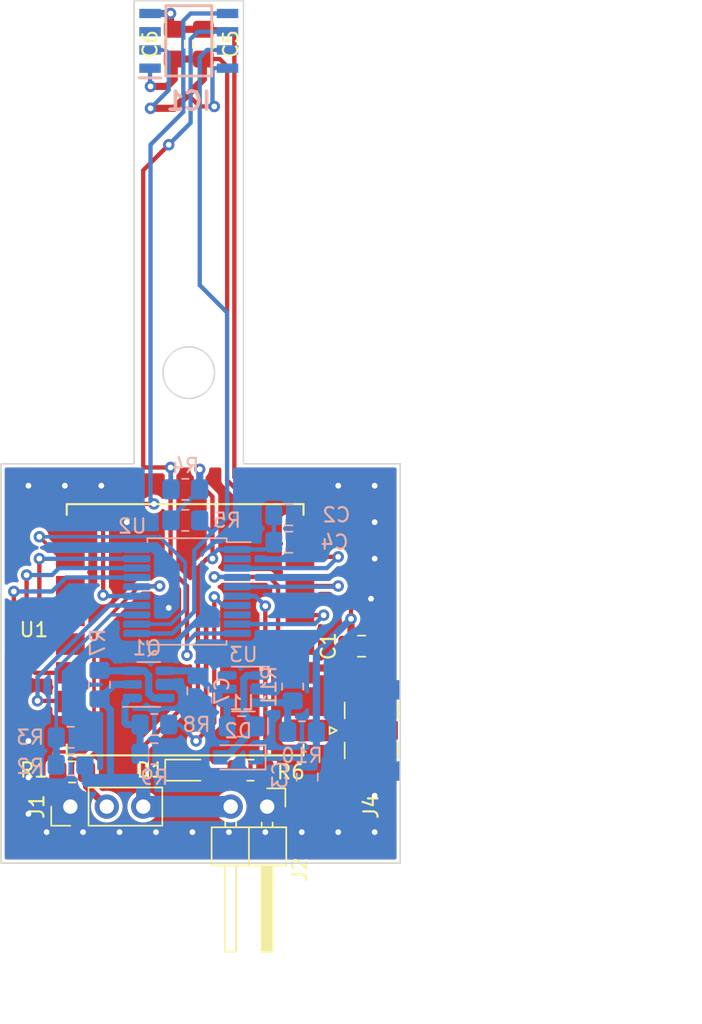
<source format=kicad_pcb>
(kicad_pcb (version 20211014) (generator pcbnew)
  (layers (0 "F.Cu" signal) (31 "B.Cu" signal) (34 "B.Paste" user) (35 "F.Paste" user) (36 "B.SilkS" user "B.Silkscreen") (37 "F.SilkS" user "F.Silkscreen") (38 "B.Mask" user) (39 "F.Mask" user) (44 "Edge.Cuts" user))
  (net 0 "")
  (net 1 "GND")
  (net 2 "VCC")
  (net 3 "Net-(C1-Pad2)")
  (net 4 "Net-(IC1-Pad7)")
  (net 5 "Net-(IC1-Pad6)")
  (net 6 "Net-(IC1-Pad5)")
  (net 7 "Net-(J1-Pad2)")
  (net 8 "Net-(D1-Pad2)")
  (net 9 "Net-(R1-Pad1)")
  (net 10 "Net-(U1-Pad4)")
  (net 11 "Net-(U1-Pad5)")
  (net 12 "Net-(U1-Pad6)")
  (net 13 "Net-(U1-Pad7)")
  (net 15 "Net-(R8-Pad1)")
  (net 17 "Net-(U1-Pad12)")
  (net 18 "Net-(U1-Pad13)")
  (net 19 "Net-(U1-Pad14)")
  (net 20 "Net-(U1-Pad15)")
  (net 21 "Net-(J4-Pad1)")
  (net 24 "Net-(Q1-Pad1)")
  (net 25 "Net-(Q1-Pad3)")
  (net 26 "Net-(R6-Pad1)")
  (net 27 "Net-(Q1-Pad4)")
  (net 28 "Net-(D2-Pad2)")
  (net 29 "unconnected-(U2-Pad8)")
  (net 30 "Net-(R2-Pad1)")
  (net 31 "Net-(R10-Pad1)")
  (net 32 "Net-(U1-Pad10)")
  (footprint "LED_SMD:LED_0603_1608Metric_Pad1.05x0.95mm_HandSolder" (layer "F.Cu") (at 126.76 89.662)
    (fp_text reference "D1" (at -2.681 0) (layer "F.SilkS"))
    (fp_text value "LED_Small")
    (pad "1" smd roundrect (at -0.875 0) (size 1.05 0.95) (layers "F.Cu" "F.Paste" "F.Mask") (net 1 "GND"))
    (pad "2" smd roundrect (at 0.875 0) (size 1.05 0.95) (layers "F.Cu" "F.Paste" "F.Mask") (net 8 "Net-(D1-Pad2)"))
  )
  (footprint "Resistor_SMD:R_0805_2012Metric_Pad1.20x1.40mm_HandSolder" (layer "F.Cu") (at 131.048 89.662 180)
    (fp_text reference "R6" (at -2.81 -0.127) (layer "F.SilkS"))
    (fp_text value "330")
    (pad "1" smd roundrect (at -1 0 180) (size 1.2 1.4) (layers "F.Cu" "F.Paste" "F.Mask") (roundrect_rratio 0.2083333333) (net 26 "Net-(R6-Pad1)"))
    (pad "2" smd roundrect (at 1 0 180) (size 1.2 1.4) (layers "F.Cu" "F.Paste" "F.Mask") (roundrect_rratio 0.2083333333) (net 8 "Net-(D1-Pad2)"))
  )
  (footprint "Capacitor_SMD:C_0805_2012Metric_Pad1.18x1.45mm_HandSolder" (layer "F.Cu") (at 138.7895 81.026 180)
    (fp_text reference "C1" (at 2.3165 0 90) (layer "F.SilkS"))
    (fp_text value "100n")
    (pad "1" smd roundrect (at -1.0375 0 180) (size 1.175 1.45) (layers "F.Cu" "F.Paste" "F.Mask") (roundrect_rratio 0.2127659574) (net 1 "GND"))
    (pad "2" smd roundrect (at 1.0375 0 180) (size 1.175 1.45) (layers "F.Cu" "F.Paste" "F.Mask") (roundrect_rratio 0.2127659574) (net 3 "Net-(C1-Pad2)"))
  )
  (footprint "Capacitor_SMD:C_0805_2012Metric_Pad1.18x1.45mm_HandSolder" (layer "F.Cu") (at 125.73 39.0945 90)
    (fp_text reference "C6" (at 0 -1.68 90) (layer "F.SilkS"))
    (fp_text value "10u")
    (pad "1" smd roundrect (at -1.0375 0 90) (size 1.175 1.45) (layers "F.Cu" "F.Paste" "F.Mask") (roundrect_rratio 0.2127659574) (net 3 "Net-(C1-Pad2)"))
    (pad "2" smd roundrect (at 1.0375 0 90) (size 1.175 1.45) (layers "F.Cu" "F.Paste" "F.Mask") (roundrect_rratio 0.2127659574) (net 1 "GND"))
  )
  (footprint "Capacitor_SMD:C_0805_2012Metric_Pad1.18x1.45mm_HandSolder" (layer "F.Cu") (at 127.762 39.0945 90)
    (fp_text reference "C5" (at 0 1.905 90) (layer "F.SilkS"))
    (fp_text value "100n")
    (pad "1" smd roundrect (at -1.0375 0 90) (size 1.175 1.45) (layers "F.Cu" "F.Paste" "F.Mask") (roundrect_rratio 0.2127659574) (net 3 "Net-(C1-Pad2)"))
    (pad "2" smd roundrect (at 1.0375 0 90) (size 1.175 1.45) (layers "F.Cu" "F.Paste" "F.Mask") (roundrect_rratio 0.2127659574) (net 1 "GND"))
  )
  (footprint "Resistor_SMD:R_0805_2012Metric_Pad1.20x1.40mm_HandSolder" (layer "F.Cu") (at 118.618 89.789)
    (fp_text reference "R1" (at -2.667 -0.127) (layer "F.SilkS"))
    (fp_text value "470")
    (pad "1" smd roundrect (at -1 0) (size 1.2 1.4) (layers "F.Cu" "F.Paste" "F.Mask") (roundrect_rratio 0.2083333333) (net 9 "Net-(R1-Pad1)"))
    (pad "2" smd roundrect (at 1 0) (size 1.2 1.4) (layers "F.Cu" "F.Paste" "F.Mask") (roundrect_rratio 0.2083333333) (net 7 "Net-(J1-Pad2)"))
  )
  (footprint "RF_Module:Ai-Thinker-Ra-01-LoRa" (layer "F.Cu") (at 126.492 79.883 180)
    (fp_text reference "U1" (at 10.541 0) (layer "F.SilkS"))
    (fp_text value "Ai-Thinker-Ra-01")
    (pad "1" smd rect (at -8 -7 180) (size 2 1.5) (layers "F.Cu" "F.Paste" "F.Mask") (net 21 "Net-(J4-Pad1)"))
    (pad "2" smd rect (at -8 -5 180) (size 2 1.5) (layers "F.Cu" "F.Paste" "F.Mask") (net 1 "GND"))
    (pad "3" smd rect (at -8 -3 180) (size 2 1.5) (layers "F.Cu" "F.Paste" "F.Mask") (net 3 "Net-(C1-Pad2)"))
    (pad "4" smd rect (at -8 -1 180) (size 2 1.5) (layers "F.Cu" "F.Paste" "F.Mask") (net 10 "Net-(U1-Pad4)"))
    (pad "5" smd rect (at -8 1 180) (size 2 1.5) (layers "F.Cu" "F.Paste" "F.Mask") (net 11 "Net-(U1-Pad5)"))
    (pad "6" smd rect (at -8 3 180) (size 2 1.5) (layers "F.Cu" "F.Paste" "F.Mask") (net 12 "Net-(U1-Pad6)"))
    (pad "7" smd rect (at -8 5 180) (size 2 1.5) (layers "F.Cu" "F.Paste" "F.Mask") (net 13 "Net-(U1-Pad7)"))
    (pad "8" smd rect (at -8 7 180) (size 2 1.5) (layers "F.Cu" "F.Paste" "F.Mask"))
    (pad "9" smd rect (at 8 7 180) (size 2 1.5) (layers "F.Cu" "F.Paste" "F.Mask") (net 1 "GND"))
    (pad "10" smd rect (at 8 5 180) (size 2 1.5) (layers "F.Cu" "F.Paste" "F.Mask") (net 32 "Net-(U1-Pad10)"))
    (pad "11" smd rect (at 8 3 180) (size 2 1.5) (layers "F.Cu" "F.Paste" "F.Mask"))
    (pad "12" smd rect (at 8 1 180) (size 2 1.5) (layers "F.Cu" "F.Paste" "F.Mask") (net 17 "Net-(U1-Pad12)"))
    (pad "13" smd rect (at 8 -1 180) (size 2 1.5) (layers "F.Cu" "F.Paste" "F.Mask") (net 18 "Net-(U1-Pad13)"))
    (pad "14" smd rect (at 8 -3 180) (size 2 1.5) (layers "F.Cu" "F.Paste" "F.Mask") (net 19 "Net-(U1-Pad14)"))
    (pad "15" smd rect (at 8 -5 180) (size 2 1.5) (layers "F.Cu" "F.Paste" "F.Mask") (net 20 "Net-(U1-Pad15)"))
    (pad "16" smd rect (at 8 -7 180) (size 2 1.5) (layers "F.Cu" "F.Paste" "F.Mask") (net 1 "GND"))
  )
  (footprint "Connector_Coaxial:SMA_Samtec_SMA-J-P-X-ST-EM1_EdgeMount" (layer "F.Cu") (at 139.319 86.899 90)
    (fp_text reference "J4" (at -5.303 0.127 90) (layer "F.SilkS"))
    (fp_text value "Conn_Coaxial")
    (pad "1" smd rect (at 0 0.2 90) (size 1.27 3.6) (layers "F.Cu" "F.Paste" "F.Mask") (net 21 "Net-(J4-Pad1)"))
    (pad "2" smd rect (at 2.825 0 90) (size 1.35 4.2) (layers "B.Cu" "B.Paste" "B.Mask") (net 1 "GND"))
    (pad "2" smd rect (at 2.825 0 90) (size 1.35 4.2) (layers "F.Cu" "F.Paste" "F.Mask") (net 1 "GND"))
    (pad "2" smd rect (at -2.825 0 90) (size 1.35 4.2) (layers "B.Cu" "B.Paste" "B.Mask") (net 1 "GND"))
    (pad "2" smd rect (at -2.825 0 90) (size 1.35 4.2) (layers "F.Cu" "F.Paste" "F.Mask") (net 1 "GND"))
  )
  (footprint "Connector_PinHeader_2.54mm:PinHeader_1x03_P2.54mm_Vertical" (layer "F.Cu") (at 118.491 92.202 90)
    (fp_text reference "J1" (at 0 -2.33 90) (layer "F.SilkS"))
    (fp_text value "UDPI")
    (pad "1" thru_hole rect (at 0 0 90) (size 1.7 1.7) (drill 1) (layers *.Cu *.Mask) (net 1 "GND"))
    (pad "2" thru_hole oval (at 0 2.54 90) (size 1.7 1.7) (drill 1) (layers *.Cu *.Mask) (net 7 "Net-(J1-Pad2)"))
    (pad "3" thru_hole oval (at 0 5.08 90) (size 1.7 1.7) (drill 1) (layers *.Cu *.Mask) (net 2 "VCC"))
  )
  (footprint "Connector_PinHeader_2.54mm:PinHeader_1x02_P2.54mm_Horizontal" (layer "F.Cu") (at 132.207 92.202 -90)
    (fp_text reference "J2" (at 4.385 -2.27 90) (layer "F.SilkS"))
    (fp_text value "Battery")
    (pad "1" thru_hole rect (at 0 0 270) (size 1.7 1.7) (drill 1) (layers *.Cu *.Mask) (net 1 "GND"))
    (pad "2" thru_hole oval (at 0 2.54 270) (size 1.7 1.7) (drill 1) (layers *.Cu *.Mask) (net 2 "VCC"))
  )
  (footprint "Diode_SMD:D_SOD-323_HandSoldering" (layer "B.Cu") (at 130.195 88.773 180)
    (fp_text reference "D2" (at 0 1.85) (layer "B.SilkS") (effects (justify mirror)))
    (fp_text value "SD103")
    (pad "1" smd rect (at -1.25 0 180) (size 1 1) (layers "B.Cu" "B.Paste" "B.Mask") (net 3 "Net-(C1-Pad2)"))
    (pad "2" smd rect (at 1.25 0 180) (size 1 1) (layers "B.Cu" "B.Paste" "B.Mask") (net 28 "Net-(D2-Pad2)"))
  )
  (footprint "Capacitor_SMD:C_0805_2012Metric_Pad1.18x1.45mm_HandSolder" (layer "B.Cu") (at 133.7095 71.882 180)
    (fp_text reference "C2" (at -3.3235 0) (layer "B.SilkS") (effects (justify mirror)))
    (fp_text value "100n")
    (pad "1" smd roundrect (at -1.0375 0 180) (size 1.175 1.45) (layers "B.Cu" "B.Paste" "B.Mask") (roundrect_rratio 0.2127659574) (net 1 "GND"))
    (pad "2" smd roundrect (at 1.0375 0 180) (size 1.175 1.45) (layers "B.Cu" "B.Paste" "B.Mask") (roundrect_rratio 0.2127659574) (net 2 "VCC"))
  )
  (footprint "Resistor_SMD:R_0805_2012Metric_Pad1.20x1.40mm_HandSolder" (layer "B.Cu") (at 124.349 86.487 180)
    (fp_text reference "R8" (at -2.937 0) (layer "B.SilkS") (effects (justify mirror)))
    (fp_text value "470")
    (pad "1" smd roundrect (at -1 0 180) (size 1.2 1.4) (layers "B.Cu" "B.Paste" "B.Mask") (roundrect_rratio 0.2083333333) (net 15 "Net-(R8-Pad1)"))
    (pad "2" smd roundrect (at 1 0 180) (size 1.2 1.4) (layers "B.Cu" "B.Paste" "B.Mask") (roundrect_rratio 0.2083333333) (net 24 "Net-(Q1-Pad1)"))
  )
  (footprint "Inductor_SMD:L_0805_2012Metric_Pad1.15x1.40mm_HandSolder" (layer "B.Cu") (at 130.438 86.614 180)
    (fp_text reference "L1" (at 0 1.65) (layer "B.SilkS") (effects (justify mirror)))
    (fp_text value "4.7u")
    (pad "1" smd roundrect (at -1.025 0 180) (size 1.15 1.4) (layers "B.Cu" "B.Paste" "B.Mask") (roundrect_rratio 0.217391) (net 28 "Net-(D2-Pad2)"))
    (pad "2" smd roundrect (at 1.025 0 180) (size 1.15 1.4) (layers "B.Cu" "B.Paste" "B.Mask") (roundrect_rratio 0.217391) (net 27 "Net-(Q1-Pad4)"))
  )
  (footprint "Resistor_SMD:R_0805_2012Metric_Pad1.20x1.40mm_HandSolder" (layer "B.Cu") (at 126.508 70.104)
    (fp_text reference "R5" (at 2.905 2.159) (layer "B.SilkS") (effects (justify mirror)))
    (fp_text value "2.2k")
    (pad "1" smd roundrect (at -1 0) (size 1.2 1.4) (layers "B.Cu" "B.Paste" "B.Mask") (roundrect_rratio 0.2083333333) (net 5 "Net-(IC1-Pad6)"))
    (pad "2" smd roundrect (at 1 0) (size 1.2 1.4) (layers "B.Cu" "B.Paste" "B.Mask") (roundrect_rratio 0.2083333333) (net 2 "VCC"))
  )
  (footprint "Capacitor_SMD:C_0805_2012Metric_Pad1.18x1.45mm_HandSolder" (layer "B.Cu") (at 135.001 90.1485 90)
    (fp_text reference "C3" (at 0.1485 -1.905 90) (layer "B.SilkS") (effects (justify mirror)))
    (fp_text value "22u")
    (pad "1" smd roundrect (at -1.0375 0 90) (size 1.175 1.45) (layers "B.Cu" "B.Paste" "B.Mask") (roundrect_rratio 0.2127659574) (net 1 "GND"))
    (pad "2" smd roundrect (at 1.0375 0 90) (size 1.175 1.45) (layers "B.Cu" "B.Paste" "B.Mask") (roundrect_rratio 0.2127659574) (net 3 "Net-(C1-Pad2)"))
  )
  (footprint "Capacitor_SMD:C_0805_2012Metric_Pad1.18x1.45mm_HandSolder" (layer "B.Cu") (at 127.381 84.142 90)
    (fp_text reference "C7" (at 0 1.68 90) (layer "B.SilkS") (effects (justify mirror)))
    (fp_text value "22u")
    (pad "1" smd roundrect (at -1.0375 0 90) (size 1.175 1.45) (layers "B.Cu" "B.Paste" "B.Mask") (roundrect_rratio 0.212766) (net 1 "GND"))
    (pad "2" smd roundrect (at 1.0375 0 90) (size 1.175 1.45) (layers "B.Cu" "B.Paste" "B.Mask") (roundrect_rratio 0.212766) (net 27 "Net-(Q1-Pad4)"))
  )
  (footprint "Package_TO_SOT_SMD:SOT-23-6" (layer "B.Cu") (at 130.5505 84.013 180)
    (fp_text reference "U3" (at 0 2.4) (layer "B.SilkS") (effects (justify mirror)))
    (fp_text value "MT3608")
    (pad "1" smd roundrect (at -1.1375 0.95 180) (size 1.325 0.6) (layers "B.Cu" "B.Paste" "B.Mask") (net 28 "Net-(D2-Pad2)"))
    (pad "2" smd roundrect (at -1.1375 0 180) (size 1.325 0.6) (layers "B.Cu" "B.Paste" "B.Mask") (net 1 "GND"))
    (pad "3" smd roundrect (at -1.1375 -0.95 180) (size 1.325 0.6) (layers "B.Cu" "B.Paste" "B.Mask") (net 31 "Net-(R10-Pad1)"))
    (pad "4" smd roundrect (at 1.1375 -0.95 180) (size 1.325 0.6) (layers "B.Cu" "B.Paste" "B.Mask") (net 27 "Net-(Q1-Pad4)"))
    (pad "5" smd roundrect (at 1.1375 0 180) (size 1.325 0.6) (layers "B.Cu" "B.Paste" "B.Mask") (net 27 "Net-(Q1-Pad4)"))
    (pad "6" smd roundrect (at 1.1375 0.95 180) (size 1.325 0.6) (layers "B.Cu" "B.Paste" "B.Mask"))
  )
  (footprint "Resistor_SMD:R_0805_2012Metric_Pad1.20x1.40mm_HandSolder" (layer "B.Cu") (at 134.636 86.995)
    (fp_text reference "R10" (at 0 1.65) (layer "B.SilkS") (effects (justify mirror)))
    (fp_text value "10k")
    (pad "1" smd roundrect (at -1 0) (size 1.2 1.4) (layers "B.Cu" "B.Paste" "B.Mask") (roundrect_rratio 0.208333) (net 31 "Net-(R10-Pad1)"))
    (pad "2" smd roundrect (at 1 0) (size 1.2 1.4) (layers "B.Cu" "B.Paste" "B.Mask") (roundrect_rratio 0.208333) (net 3 "Net-(C1-Pad2)"))
  )
  (footprint "AS5600-ASOM:SOIC127P600X175-8N" (layer "B.Cu") (at 126.746 38.862)
    (fp_text reference "IC1" (at 0 4.191) (layer "B.SilkS") (effects (font (size 1.27 1.27) (thickness 0.254)) (justify mirror)))
    (fp_text value "AS5600-ASOM" hide)
    (pad "1" smd rect (at -2.7 1.905 270) (size 0.65 1.5) (layers "B.Cu" "B.Paste" "B.Mask") (net 3 "Net-(C1-Pad2)"))
    (pad "2" smd rect (at -2.7 0.635 270) (size 0.65 1.5) (layers "B.Cu" "B.Paste" "B.Mask") (net 3 "Net-(C1-Pad2)"))
    (pad "3" smd rect (at -2.7 -0.635 270) (size 0.65 1.5) (layers "B.Cu" "B.Paste" "B.Mask"))
    (pad "4" smd rect (at -2.7 -1.905 270) (size 0.65 1.5) (layers "B.Cu" "B.Paste" "B.Mask") (net 1 "GND"))
    (pad "5" smd rect (at 2.7 -1.905 270) (size 0.65 1.5) (layers "B.Cu" "B.Paste" "B.Mask") (net 6 "Net-(IC1-Pad5)"))
    (pad "6" smd rect (at 2.7 -0.635 270) (size 0.65 1.5) (layers "B.Cu" "B.Paste" "B.Mask") (net 5 "Net-(IC1-Pad6)"))
    (pad "7" smd rect (at 2.7 0.635 270) (size 0.65 1.5) (layers "B.Cu" "B.Paste" "B.Mask") (net 4 "Net-(IC1-Pad7)"))
    (pad "8" smd rect (at 2.7 1.905 270) (size 0.65 1.5) (layers "B.Cu" "B.Paste" "B.Mask") (net 3 "Net-(C1-Pad2)"))
  )
  (footprint "Resistor_SMD:R_0805_2012Metric_Pad1.20x1.40mm_HandSolder" (layer "B.Cu") (at 126.508 72.263 180)
    (fp_text reference "R4" (at 0.016 3.81) (layer "B.SilkS") (effects (justify mirror)))
    (fp_text value "2.2k")
    (pad "1" smd roundrect (at -1 0 180) (size 1.2 1.4) (layers "B.Cu" "B.Paste" "B.Mask") (roundrect_rratio 0.2083333333) (net 4 "Net-(IC1-Pad7)"))
    (pad "2" smd roundrect (at 1 0 180) (size 1.2 1.4) (layers "B.Cu" "B.Paste" "B.Mask") (roundrect_rratio 0.2083333333) (net 2 "VCC"))
  )
  (footprint "Package_TO_SOT_SMD:TSOT-23-6" (layer "B.Cu") (at 123.952 83.693)
    (fp_text reference "Q1" (at -0.1215 -2.54) (layer "B.SilkS") (effects (justify mirror)))
    (fp_text value "DMC2053UVT")
    (pad "1" smd roundrect (at -1.1375 0.95) (size 1.325 0.6) (layers "B.Cu" "B.Paste" "B.Mask") (net 24 "Net-(Q1-Pad1)"))
    (pad "2" smd roundrect (at -1.1375 0) (size 1.325 0.6) (layers "B.Cu" "B.Paste" "B.Mask") (net 2 "VCC"))
    (pad "3" smd roundrect (at -1.1375 -0.95) (size 1.325 0.6) (layers "B.Cu" "B.Paste" "B.Mask") (net 25 "Net-(Q1-Pad3)"))
    (pad "4" smd roundrect (at 1.1375 -0.95) (size 1.325 0.6) (layers "B.Cu" "B.Paste" "B.Mask") (net 27 "Net-(Q1-Pad4)"))
    (pad "5" smd roundrect (at 1.1375 0) (size 1.325 0.6) (layers "B.Cu" "B.Paste" "B.Mask") (net 1 "GND"))
    (pad "6" smd roundrect (at 1.1375 0.95) (size 1.325 0.6) (layers "B.Cu" "B.Paste" "B.Mask") (net 25 "Net-(Q1-Pad3)"))
  )
  (footprint "Resistor_SMD:R_0805_2012Metric_Pad1.20x1.40mm_HandSolder" (layer "B.Cu") (at 118.507 89.281)
    (fp_text reference "R2" (at -2.81 0.127) (layer "B.SilkS") (effects (justify mirror)))
    (fp_text value "220k")
    (pad "1" smd roundrect (at -1 0) (size 1.2 1.4) (layers "B.Cu" "B.Paste" "B.Mask") (roundrect_rratio 0.2083333333) (net 30 "Net-(R2-Pad1)"))
    (pad "2" smd roundrect (at 1 0) (size 1.2 1.4) (layers "B.Cu" "B.Paste" "B.Mask") (roundrect_rratio 0.2083333333) (net 2 "VCC"))
  )
  (footprint "Resistor_SMD:R_0805_2012Metric_Pad1.20x1.40mm_HandSolder" (layer "B.Cu") (at 118.507 87.376 180)
    (fp_text reference "R3" (at 2.81 0) (layer "B.SilkS") (effects (justify mirror)))
    (fp_text value "100k")
    (pad "1" smd roundrect (at -1 0 180) (size 1.2 1.4) (layers "B.Cu" "B.Paste" "B.Mask") (roundrect_rratio 0.2083333333) (net 1 "GND"))
    (pad "2" smd roundrect (at 1 0 180) (size 1.2 1.4) (layers "B.Cu" "B.Paste" "B.Mask") (roundrect_rratio 0.2083333333) (net 30 "Net-(R2-Pad1)"))
  )
  (footprint "Resistor_SMD:R_0805_2012Metric_Pad1.20x1.40mm_HandSolder" (layer "B.Cu") (at 120.523 83.709 90)
    (fp_text reference "R7" (at 2.937 -0.127 90) (layer "B.SilkS") (effects (justify mirror)))
    (fp_text value "10k")
    (pad "1" smd roundrect (at -1 0 90) (size 1.2 1.4) (layers "B.Cu" "B.Paste" "B.Mask") (roundrect_rratio 0.2083333333) (net 2 "VCC"))
    (pad "2" smd roundrect (at 1 0 90) (size 1.2 1.4) (layers "B.Cu" "B.Paste" "B.Mask") (roundrect_rratio 0.2083333333) (net 25 "Net-(Q1-Pad3)"))
  )
  (footprint "Resistor_SMD:R_0805_2012Metric_Pad1.20x1.40mm_HandSolder" (layer "B.Cu") (at 124.349 88.519)
    (fp_text reference "R9" (at 0 1.65) (layer "B.SilkS") (effects (justify mirror)))
    (fp_text value "100k")
    (pad "1" smd roundrect (at -1 0) (size 1.2 1.4) (layers "B.Cu" "B.Paste" "B.Mask") (roundrect_rratio 0.2083333333) (net 24 "Net-(Q1-Pad1)"))
    (pad "2" smd roundrect (at 1 0) (size 1.2 1.4) (layers "B.Cu" "B.Paste" "B.Mask") (roundrect_rratio 0.2083333333) (net 1 "GND"))
  )
  (footprint "Capacitor_SMD:C_0805_2012Metric_Pad1.18x1.45mm_HandSolder" (layer "B.Cu") (at 133.7095 73.787 180)
    (fp_text reference "C4" (at -3.1965 0) (layer "B.SilkS") (effects (justify mirror)))
    (fp_text value "10u")
    (pad "1" smd roundrect (at -1.0375 0 180) (size 1.175 1.45) (layers "B.Cu" "B.Paste" "B.Mask") (roundrect_rratio 0.2127659574) (net 1 "GND"))
    (pad "2" smd roundrect (at 1.0375 0 180) (size 1.175 1.45) (layers "B.Cu" "B.Paste" "B.Mask") (roundrect_rratio 0.2127659574) (net 2 "VCC"))
  )
  (footprint "Resistor_SMD:R_0805_2012Metric_Pad1.20x1.40mm_HandSolder" (layer "B.Cu") (at 133.985 83.836 -90)
    (fp_text reference "R11" (at 0 1.65 90) (layer "B.SilkS") (effects (justify mirror)))
    (fp_text value "2k")
    (pad "1" smd roundrect (at -1 0 270) (size 1.2 1.4) (layers "B.Cu" "B.Paste" "B.Mask") (roundrect_rratio 0.208333) (net 1 "GND"))
    (pad "2" smd roundrect (at 1 0 270) (size 1.2 1.4) (layers "B.Cu" "B.Paste" "B.Mask") (roundrect_rratio 0.208333) (net 31 "Net-(R10-Pad1)"))
  )
  (footprint "Package_SO:SSOP-20_5.3x7.2mm_P0.65mm" (layer "B.Cu") (at 126.619 77.216 180)
    (fp_text reference "U2" (at 3.81 4.55) (layer "B.SilkS") (effects (justify mirror)))
    (fp_text value "ATtiny826-X")
    (pad "1" smd roundrect (at -3.5 2.925 180) (size 1.9 0.5) (layers "B.Cu" "B.Paste" "B.Mask") (net 2 "VCC"))
    (pad "2" smd roundrect (at -3.5 2.275 180) (size 1.9 0.5) (layers "B.Cu" "B.Paste" "B.Mask"))
    (pad "3" smd roundrect (at -3.5 1.625 180) (size 1.9 0.5) (layers "B.Cu" "B.Paste" "B.Mask") (net 13 "Net-(U1-Pad7)"))
    (pad "4" smd roundrect (at -3.5 0.975 180) (size 1.9 0.5) (layers "B.Cu" "B.Paste" "B.Mask") (net 10 "Net-(U1-Pad4)"))
    (pad "5" smd roundrect (at -3.5 0.325 180) (size 1.9 0.5) (layers "B.Cu" "B.Paste" "B.Mask") (net 12 "Net-(U1-Pad6)"))
    (pad "6" smd roundrect (at -3.5 -0.325 180) (size 1.9 0.5) (layers "B.Cu" "B.Paste" "B.Mask") (net 26 "Net-(R6-Pad1)"))
    (pad "7" smd roundrect (at -3.5 -0.975 180) (size 1.9 0.5) (layers "B.Cu" "B.Paste" "B.Mask") (net 15 "Net-(R8-Pad1)"))
    (pad "8" smd roundrect (at -3.5 -1.625 180) (size 1.9 0.5) (layers "B.Cu" "B.Paste" "B.Mask") (net 29 "unconnected-(U2-Pad8)"))
    (pad "9" smd roundrect (at -3.5 -2.275 180) (size 1.9 0.5) (layers "B.Cu" "B.Paste" "B.Mask") (net 11 "Net-(U1-Pad5)"))
    (pad "10" smd roundrect (at -3.5 -2.925 180) (size 1.9 0.5) (layers "B.Cu" "B.Paste" "B.Mask") (net 5 "Net-(IC1-Pad6)"))
    (pad "11" smd roundrect (at 3.5 -2.925 180) (size 1.9 0.5) (layers "B.Cu" "B.Paste" "B.Mask") (net 4 "Net-(IC1-Pad7)"))
    (pad "12" smd roundrect (at 3.5 -2.275 180) (size 1.9 0.5) (layers "B.Cu" "B.Paste" "B.Mask") (net 32 "Net-(U1-Pad10)"))
    (pad "13" smd roundrect (at 3.5 -1.625 180) (size 1.9 0.5) (layers "B.Cu" "B.Paste" "B.Mask") (net 30 "Net-(R2-Pad1)"))
    (pad "14" smd roundrect (at 3.5 -0.975 180) (size 1.9 0.5) (layers "B.Cu" "B.Paste" "B.Mask") (net 20 "Net-(U1-Pad15)"))
    (pad "15" smd roundrect (at 3.5 -0.325 180) (size 1.9 0.5) (layers "B.Cu" "B.Paste" "B.Mask") (net 6 "Net-(IC1-Pad5)"))
    (pad "16" smd roundrect (at 3.5 0.325 180) (size 1.9 0.5) (layers "B.Cu" "B.Paste" "B.Mask") (net 9 "Net-(R1-Pad1)"))
    (pad "17" smd roundrect (at 3.5 0.975 180) (size 1.9 0.5) (layers "B.Cu" "B.Paste" "B.Mask") (net 19 "Net-(U1-Pad14)"))
    (pad "18" smd roundrect (at 3.5 1.625 180) (size 1.9 0.5) (layers "B.Cu" "B.Paste" "B.Mask") (net 18 "Net-(U1-Pad13)"))
    (pad "19" smd roundrect (at 3.5 2.275 180) (size 1.9 0.5) (layers "B.Cu" "B.Paste" "B.Mask") (net 17 "Net-(U1-Pad12)"))
    (pad "20" smd roundrect (at 3.5 2.925 180) (size 1.9 0.5) (layers "B.Cu" "B.Paste" "B.Mask") (net 1 "GND"))
  )
  (gr_line (start 134.366 68.326) (end 141.478 68.326) (layer "Edge.Cuts") (width 0.1))
  (gr_line (start 122.936 68.326) (end 118.618 68.326) (layer "Edge.Cuts") (width 0.1))
  (gr_line (start 141.478 82.804) (end 141.478 68.326) (layer "Edge.Cuts") (width 0.1))
  (gr_line (start 141.478 96.139) (end 113.665 96.139) (layer "Edge.Cuts") (width 0.1))
  (gr_circle (center 126.746 61.976) (end 127 60.198) (layer "Edge.Cuts") (width 0.1) (fill none))
  (gr_line (start 141.478 82.804) (end 141.478 96.139) (layer "Edge.Cuts") (width 0.1))
  (gr_line (start 130.556 36.068) (end 130.556 68.326) (layer "Edge.Cuts") (width 0.1))
  (gr_line (start 113.665 96.139) (end 113.665 68.326) (layer "Edge.Cuts") (width 0.1))
  (gr_line (start 122.936 36.068) (end 130.556 36.068) (layer "Edge.Cuts") (width 0.1))
  (gr_line (start 122.936 36.068) (end 122.936 68.326) (layer "Edge.Cuts") (width 0.1))
  (gr_line (start 113.665 68.326) (end 118.618 68.326) (layer "Edge.Cuts") (width 0.1))
  (gr_line (start 130.556 68.326) (end 134.366 68.326) (layer "Edge.Cuts") (width 0.1))
  (segment (start 138.684 72.009) (end 138.684 76.962) (width 0.3) (layer "F.Cu") (net 1))
  (segment (start 125.73 38.057) (end 127.762 38.057) (width 0.5) (layer "F.Cu") (net 1))
  (segment (start 129.921 69.269894) (end 130.465053 69.813947) (width 0.3) (layer "F.Cu") (net 1))
  (segment (start 139.743 78.021) (end 139.743 80.942) (width 0.3) (layer "F.Cu") (net 1))
  (segment (start 129.921 38.481) (end 129.921 69.269894) (width 0.3) (layer "F.Cu") (net 1))
  (segment (start 139.446 77.724) (end 139.743 78.021) (width 0.3) (layer "F.Cu") (net 1))
  (segment (start 138.684 72.009) (end 138.684 71.374) (width 0.25) (layer "F.Cu") (net 1))
  (segment (start 129.497 38.057) (end 129.921 38.481) (width 0.3) (layer "F.Cu") (net 1))
  (segment (start 125.476 36.957) (end 125.476 37.803) (width 0.5) (layer "F.Cu") (net 1))
  (segment (start 138.684 76.962) (end 139.446 77.724) (width 0.3) (layer "F.Cu") (net 1))
  (segment (start 139.743 80.942) (end 139.827 81.026) (width 0.3) (layer "F.Cu") (net 1))
  (segment (start 138.684 71.374) (end 137.16 69.85) (width 0.25) (layer "F.Cu") (net 1))
  (segment (start 137.16 69.85) (end 130.501106 69.85) (width 0.25) (layer "F.Cu") (net 1))
  (segment (start 125.476 37.803) (end 125.73 38.057) (width 0.5) (layer "F.Cu") (net 1))
  (segment (start 127.762 38.057) (end 129.497 38.057) (width 0.3) (layer "F.Cu") (net 1))
  (segment (start 130.501106 69.85) (end 130.465053 69.813947) (width 0.25) (layer "F.Cu") (net 1))
  (via (at 119.38 93.98) (size 0.8) (drill 0.4) (layers "F.Cu" "B.Cu") (net 1))
  (via (at 122.428 72.39) (size 0.8) (drill 0.4) (layers "F.Cu" "B.Cu") (net 1))
  (via (at 118.11 69.85) (size 0.8) (drill 0.4) (layers "F.Cu" "B.Cu") (net 1))
  (via (at 115.57 87.63) (size 0.8) (drill 0.4) (layers "F.Cu" "B.Cu") (net 1))
  (via (at 132.08 93.98) (size 0.8) (drill 0.4) (layers "F.Cu" "B.Cu") (net 1))
  (via (at 139.7 91.44) (size 0.8) (drill 0.4) (layers "F.Cu" "B.Cu") (net 1))
  (via (at 134.62 93.98) (size 0.8) (drill 0.4) (layers "F.Cu" "B.Cu") (net 1))
  (via (at 137.16 69.85) (size 0.8) (drill 0.4) (layers "F.Cu" "B.Cu") (net 1))
  (via (at 139.7 74.93) (size 0.8) (drill 0.4) (layers "F.Cu" "B.Cu") (net 1))
  (via (at 125.476 36.957) (size 0.8) (drill 0.4) (layers "F.Cu" "B.Cu") (net 1))
  (via (at 139.7 72.39) (size 0.8) (drill 0.4) (layers "F.Cu" "B.Cu") (net 1))
  (via (at 124.46 93.98) (size 0.8) (drill 0.4) (layers "F.Cu" "B.Cu") (net 1))
  (via (at 115.57 69.85) (size 0.8) (drill 0.4) (layers "F.Cu" "B.Cu") (net 1))
  (via (at 139.446 77.724) (size 0.8) (drill 0.4) (layers "F.Cu" "B.Cu") (net 1))
  (via (at 139.7 93.98) (size 0.8) (drill 0.4) (layers "F.Cu" "B.Cu") (net 1))
  (via (at 115.57 92.71) (size 0.8) (drill 0.4) (layers "F.Cu" "B.Cu") (net 1))
  (via (at 125.349 78.359) (size 0.8) (drill 0.4) (layers "F.Cu" "B.Cu") (net 1))
  (via (at 137.16 93.98) (size 0.8) (drill 0.4) (layers "F.Cu" "B.Cu") (net 1))
  (via (at 115.57 90.17) (size 0.8) (drill 0.4) (layers "F.Cu" "B.Cu") (net 1))
  (via (at 120.65 69.85) (size 0.8) (drill 0.4) (layers "F.Cu" "B.Cu") (net 1))
  (via (at 129.54 93.98) (size 0.8) (drill 0.4) (layers "F.Cu" "B.Cu") (net 1))
  (via (at 127 93.98) (size 0.8) (drill 0.4) (layers "F.Cu" "B.Cu") (net 1))
  (via (at 121.92 93.98) (size 0.8) (drill 0.4) (layers "F.Cu" "B.Cu") (net 1))
  (via (at 139.7 69.85) (size 0.8) (drill 0.4) (layers "F.Cu" "B.Cu") (net 1))
  (via (at 116.84 93.98) (size 0.8) (drill 0.4) (layers "F.Cu" "B.Cu") (net 1))
  (segment (start 124.046 36.957) (end 125.476 36.957) (width 0.5) (layer "B.Cu") (net 1))
  (segment (start 128.016 74.93) (end 127.381 75.565) (width 0.3) (layer "F.Cu") (net 2))
  (segment (start 127.381 84.201) (end 123.571 88.011) (width 0.3) (layer "F.Cu") (net 2))
  (segment (start 123.571 88.011) (end 123.571 92.202) (width 0.3) (layer "F.Cu") (net 2))
  (segment (start 127.508 69.215) (end 127.508 69.723) (width 0.3) (layer "F.Cu") (net 2))
  (segment (start 127.508 68.707) (end 127.508 69.215) (width 0.3) (layer "F.Cu") (net 2))
  (segment (start 127.508 69.723) (end 128.397 70.612) (width 0.3) (layer "F.Cu") (net 2))
  (segment (start 128.397 74.93) (end 128.016 74.93) (width 0.3) (layer "F.Cu") (net 2))
  (segment (start 128.397 70.612) (end 128.397 74.93) (width 0.3) (layer "F.Cu") (net 2))
  (segment (start 127.381 75.565) (end 127.381 84.201) (width 0.3) (layer "F.Cu") (net 2))
  (via (at 127.508 68.707) (size 0.8) (drill 0.4) (layers "F.Cu" "B.Cu") (net 2))
  (via (at 128.397 74.93) (size 0.8) (drill 0.4) (layers "F.Cu" "B.Cu") (net 2))
  (segment (start 119.507 90.17) (end 119.507 89.281) (width 0.5) (layer "B.Cu") (net 2))
  (segment (start 127.508 70.104) (end 127.508 68.707) (width 0.5) (layer "B.Cu") (net 2))
  (segment (start 128.782 74.291) (end 130.119 74.291) (width 0.3) (layer "B.Cu") (net 2))
  (segment (start 121.158 90.424) (end 119.761 90.424) (width 1) (layer "B.Cu") (net 2))
  (segment (start 125.508 72.263) (end 125.508 72.104) (width 0.3) (layer "B.Cu") (net 2))
  (segment (start 128.397 74.676) (end 128.782 74.291) (width 0.3) (layer "B.Cu") (net 2))
  (segment (start 132.168 74.291) (end 132.672 73.787) (width 0.3) (layer "B.Cu") (net 2))
  (segment (start 122.8145 83.693) (end 121.539 83.693) (width 0.5) (layer "B.Cu") (net 2))
  (segment (start 120.523 84.709) (end 121.285 85.471) (width 0.5) (layer "B.Cu") (net 2))
  (segment (start 129.667 92.202) (end 123.571 92.202) (width 1.5) (layer "B.Cu") (net 2))
  (segment (start 128.397 74.93) (end 128.397 74.676) (width 0.3) (layer "B.Cu") (net 2))
  (segment (start 132.672 73.787) (end 132.672 71.882) (width 0.3) (layer "B.Cu") (net 2))
  (segment (start 119.761 90.424) (end 119.507 90.17) (width 0.5) (layer "B.Cu") (net 2))
  (segment (start 130.119 74.291) (end 132.168 74.291) (width 0.3) (layer "B.Cu") (net 2))
  (segment (start 121.285 90.297) (end 121.158 90.424) (width 0.5) (layer "B.Cu") (net 2))
  (segment (start 121.539 83.693) (end 120.523 84.709) (width 0.5) (layer "B.Cu") (net 2))
  (segment (start 123.571 92.202) (end 123.571 90.551) (width 1) (layer "B.Cu") (net 2))
  (segment (start 121.285 85.471) (end 121.285 90.297) (width 0.5) (layer "B.Cu") (net 2))
  (segment (start 123.444 90.424) (end 121.158 90.424) (width 1) (layer "B.Cu") (net 2))
  (segment (start 125.508 72.104) (end 127.508 70.104) (width 0.3) (layer "B.Cu") (net 2))
  (segment (start 123.571 90.551) (end 123.444 90.424) (width 1) (layer "B.Cu") (net 2))
  (segment (start 125.222 42.037) (end 125.73 41.529) (width 0.5) (layer "F.Cu") (net 3))
  (segment (start 134.54 82.931) (end 134.492 82.883) (width 0.5) (layer "F.Cu") (net 3))
  (segment (start 134.444 82.931) (end 134.492 82.883) (width 0.5) (layer "F.Cu") (net 3))
  (segment (start 125.73 43.561) (end 126.6825 42.6085) (width 0.5) (layer "F.Cu") (net 3))
  (segment (start 125.73 40.132) (end 127.762 40.132) (width 0.5) (layer "F.Cu") (net 3))
  (segment (start 124.079 43.561) (end 125.73 43.561) (width 0.5) (layer "F.Cu") (net 3))
  (segment (start 126.6825 42.6085) (end 127.762 41.529) (width 0.5) (layer "F.Cu") (net 3))
  (segment (start 138.049 79.121) (end 138.049 80.729) (width 0.5) (layer "F.Cu") (net 3))
  (segment (start 128.524 43.434) (end 127.508 43.434) (width 0.3) (layer "F.Cu") (net 3))
  (segment (start 129.421 40.648) (end 129.421 69.477) (width 0.3) (layer "F.Cu") (net 3))
  (segment (start 138.049 80.729) (end 137.752 81.026) (width 0.3) (layer "F.Cu") (net 3))
  (segment (start 127.762 41.529) (end 127.762 40.132) (width 0.5) (layer "F.Cu") (net 3))
  (segment (start 130.302 70.358) (end 136.144 70.358) (width 0.3) (layer "F.Cu") (net 3))
  (segment (start 128.905 40.132) (end 129.421 40.648) (width 0.3) (layer "F.Cu") (net 3))
  (segment (start 136.228 82.55) (end 137.752 81.026) (width 0.5) (layer "F.Cu") (net 3))
  (segment (start 127.762 40.132) (end 128.905 40.132) (width 0.3) (layer "F.Cu") (net 3))
  (segment (start 129.421 69.477) (end 130.302 70.358) (width 0.3) (layer "F.Cu") (net 3))
  (segment (start 134.825 82.55) (end 136.228 82.55) (width 0.5) (layer "F.Cu") (net 3))
  (segment (start 138.049 72.263) (end 138.049 79.121) (width 0.3) (layer "F.Cu") (net 3))
  (segment (start 127.508 43.434) (end 126.6825 42.6085) (width 0.3) (layer "F.Cu") (net 3))
  (segment (start 124.079 42.037) (end 125.222 42.037) (width 0.5) (layer "F.Cu") (net 3))
  (segment (start 125.73 41.529) (end 125.73 40.132) (width 0.5) (layer "F.Cu") (net 3))
  (segment (start 136.144 70.358) (end 138.049 72.263) (width 0.3) (layer "F.Cu") (net 3))
  (segment (start 134.492 82.883) (end 134.825 82.55) (width 0.5) (layer "F.Cu") (net 3))
  (via (at 128.524 43.434) (size 0.8) (drill 0.4) (layers "F.Cu" "B.Cu") (net 3))
  (via (at 138.049 79.121) (size 0.8) (drill 0.4) (layers "F.Cu" "B.Cu") (net 3))
  (via (at 124.079 42.037) (size 0.8) (drill 0.4) (layers "F.Cu" "B.Cu") (net 3))
  (via (at 124.079 43.561) (size 0.8) (drill 0.4) (layers "F.Cu" "B.Cu") (net 3))
  (segment (start 129.446 40.767) (end 129.667 40.767) (width 0.3) (layer "B.Cu") (net 3))
  (segment (start 135.636 88.476) (end 135.001 89.111) (width 0.5) (layer "B.Cu") (net 3))
  (segment (start 131.445 88.773) (end 134.663 88.773) (width 0.5) (layer "B.Cu") (net 3))
  (segment (start 125.349 39.751) (end 125.349 42.291) (width 0.3) (layer "B.Cu") (net 3))
  (segment (start 135.636 81.534) (end 138.049 79.121) (width 0.5) (layer "B.Cu") (net 3))
  (segment (start 125.095 39.497) (end 125.349 39.751) (width 0.3) (layer "B.Cu") (net 3))
  (segment (start 128.397 40.767) (end 128.397 43.307) (width 0.3) (layer "B.Cu") (net 3))
  (segment (start 124.046 39.497) (end 125.095 39.497) (width 0.3) (layer "B.Cu") (net 3))
  (segment (start 129.446 40.767) (end 128.397 40.767) (width 0.3) (layer "B.Cu") (net 3))
  (segment (start 134.663 88.773) (end 135.001 89.111) (width 0.5) (layer "B.Cu") (net 3))
  (segment (start 124.046 40.767) (end 124.046 42.004) (width 0.3) (layer "B.Cu") (net 3))
  (segment (start 135.636 86.995) (end 135.636 81.534) (width 0.5) (layer "B.Cu") (net 3))
  (segment (start 128.397 43.307) (end 128.524 43.434) (width 0.3) (layer "B.Cu") (net 3))
  (segment (start 125.349 42.291) (end 124.079 43.561) (width 0.3) (layer "B.Cu") (net 3))
  (segment (start 135.636 86.995) (end 135.636 88.476) (width 0.5) (layer "B.Cu") (net 3))
  (segment (start 124.046 42.004) (end 124.079 42.037) (width 0.3) (layer "B.Cu") (net 3))
  (segment (start 127.508 72.263) (end 128.360947 73.115947) (width 0.3) (layer "B.Cu") (net 4))
  (segment (start 127.127 74.349894) (end 127.127 78.613) (width 0.3) (layer "B.Cu") (net 4))
  (segment (start 127.508 40.005) (end 127.508 55.88) (width 0.3) (layer "B.Cu") (net 4))
  (segment (start 125.599 80.141) (end 123.119 80.141) (width 0.3) (layer "B.Cu") (net 4))
  (segment (start 129.421 57.793) (end 129.421 70.985) (width 0.3) (layer "B.Cu") (net 4))
  (segment (start 128.360947 73.115947) (end 127.127 74.349894) (width 0.3) (layer "B.Cu") (net 4))
  (segment (start 129.421 70.985) (end 129.413 70.993) (width 0.3) (layer "B.Cu") (net 4))
  (segment (start 127.127 78.613) (end 125.599 80.141) (width 0.3) (layer "B.Cu") (net 4))
  (segment (start 129.413 70.993) (end 129.413 72.063894) (width 0.3) (layer "B.Cu") (net 4))
  (segment (start 127.508 55.88) (end 129.421 57.793) (width 0.3) (layer "B.Cu") (net 4))
  (segment (start 129.413 72.063894) (end 128.360947 73.115947) (width 0.3) (layer "B.Cu") (net 4))
  (segment (start 129.446 39.497) (end 128.016 39.497) (width 0.3) (layer "B.Cu") (net 4))
  (segment (start 128.016 39.497) (end 127.508 40.005) (width 0.3) (layer "B.Cu") (net 4))
  (segment (start 125.476 68.58) (end 125.476 75.692) (width 0.3) (layer "F.Cu") (net 5))
  (segment (start 123.571 47.879) (end 123.571 68.453) (width 0.3) (layer "F.Cu") (net 5))
  (segment (start 126.619 76.835) (end 126.619 81.661) (width 0.3) (layer "F.Cu") (net 5))
  (segment (start 125.476 75.692) (end 126.619 76.835) (width 0.3) (layer "F.Cu") (net 5))
  (segment (start 125.349 46.101) (end 123.571 47.879) (width 0.3) (layer "F.Cu") (net 5))
  (segment (start 125.476 68.58) (end 123.698 68.58) (width 0.3) (layer "F.Cu") (net 5))
  (segment (start 123.698 68.58) (end 123.571 68.453) (width 0.3) (layer "F.Cu") (net 5))
  (via (at 125.476 68.58) (size 0.8) (drill 0.4) (layers "F.Cu" "B.Cu") (net 5))
  (via (at 126.619 81.661) (size 0.8) (drill 0.4) (layers "F.Cu" "B.Cu") (net 5))
  (via (at 125.349 46.101) (size 0.8) (drill 0.4) (layers "F.Cu" "B.Cu") (net 5))
  (segment (start 126.873 43.942) (end 126.873 44.577) (width 0.3) (layer "B.Cu") (net 5))
  (segment (start 130.119 80.141) (end 127.25 80.141) (width 0.3) (layer "B.Cu") (net 5))
  (segment (start 126.873 38.735) (end 126.873 43.942) (width 0.3) (layer "B.Cu") (net 5))
  (segment (start 126.873 44.577) (end 125.349 46.101) (width 0.3) (layer "B.Cu") (net 5))
  (segment (start 125.508 70.104) (end 125.508 68.612) (width 0.3) (layer "B.Cu") (net 5))
  (segment (start 129.446 38.227) (end 127.381 38.227) (width 0.3) (layer "B.Cu") (net 5))
  (segment (start 127.381 38.227) (end 126.873 38.735) (width 0.3) (layer "B.Cu") (net 5))
  (segment (start 125.508 68.612) (end 125.476 68.58) (width 0.3) (layer "B.Cu") (net 5))
  (segment (start 127.25 80.141) (end 126.619 80.772) (width 0.3) (layer "B.Cu") (net 5))
  (segment (start 126.619 80.772) (end 126.619 81.661) (width 0.3) (layer "B.Cu") (net 5))
  (segment (start 122.047 71.12) (end 120.777 72.39) (width 0.3) (layer "F.Cu") (net 6))
  (segment (start 124.3205 71.12) (end 122.047 71.12) (width 0.3) (layer "F.Cu") (net 6))
  (segment (start 120.777 72.39) (end 120.777 77.47) (width 0.3) (layer "F.Cu") (net 6))
  (via (at 120.777 77.47) (size 0.8) (drill 0.4) (layers "F.Cu" "B.Cu") (net 6))
  (via (at 124.3205 71.12) (size 0.8) (drill 0.4) (layers "F.Cu" "B.Cu") (net 6))
  (segment (start 126.365 37.465) (end 126.365 43.815) (width 0.3) (layer "B.Cu") (net 6))
  (segment (start 124.079 46.101) (end 124.079 68.58) (width 0.3) (layer "B.Cu") (net 6))
  (segment (start 126.365 43.815) (end 124.079 46.101) (width 0.3) (layer "B.Cu") (net 6))
  (segment (start 129.446 36.957) (end 126.873 36.957) (width 0.3) (layer "B.Cu") (net 6))
  (segment (start 126.873 36.957) (end 126.365 37.465) (width 0.3) (layer "B.Cu") (net 6))
  (segment (start 124.079 70.8785) (end 124.3205 71.12) (width 0.3) (layer "B.Cu") (net 6))
  (segment (start 120.848 77.541) (end 123.119 77.541) (width 0.3) (layer "B.Cu") (net 6))
  (segment (start 120.777 77.47) (end 120.848 77.541) (width 0.3) (layer "B.Cu") (net 6))
  (segment (start 124.079 68.58) (end 124.079 70.8785) (width 0.3) (layer "B.Cu") (net 6))
  (segment (start 121.031 92.202) (end 119.618 90.789) (width 0.5) (layer "F.Cu") (net 7))
  (segment (start 119.618 90.789) (end 119.618 89.789) (width 0.5) (layer "F.Cu") (net 7))
  (segment (start 121.063 92.17) (end 121.031 92.202) (width 0.5) (layer "F.Cu") (net 7))
  (segment (start 130.048 89.662) (end 127.635 89.662) (width 0.3) (layer "F.Cu") (net 8))
  (segment (start 120.142 80.01) (end 120.142 87.757) (width 0.25) (layer "F.Cu") (net 9))
  (segment (start 117.618 88.503) (end 117.618 89.789) (width 0.25) (layer "F.Cu") (net 9))
  (segment (start 117.729 88.392) (end 117.618 88.503) (width 0.25) (layer "F.Cu") (net 9))
  (segment (start 120.142 87.757) (end 119.507 88.392) (width 0.25) (layer "F.Cu") (net 9))
  (segment (start 123.317 76.835) (end 124.714 76.835) (width 0.25) (layer "F.Cu") (net 9))
  (segment (start 123.317 76.835) (end 120.142 80.01) (width 0.25) (layer "F.Cu") (net 9))
  (segment (start 119.507 88.392) (end 117.729 88.392) (width 0.25) (layer "F.Cu") (net 9))
  (via (at 124.714 76.835) (size 0.8) (drill 0.4) (layers "F.Cu" "B.Cu") (net 9))
  (segment (start 123.119 76.891) (end 124.658 76.891) (width 0.25) (layer "B.Cu") (net 9))
  (segment (start 124.658 76.891) (end 124.714 76.835) (width 0.25) (layer "B.Cu") (net 9))
  (segment (start 132.969 76.835) (end 132.969 80.645) (width 0.3) (layer "F.Cu") (net 10))
  (segment (start 133.207 80.883) (end 134.492 80.883) (width 0.3) (layer "F.Cu") (net 10))
  (segment (start 132.334 76.2) (end 132.969 76.835) (width 0.3) (layer "F.Cu") (net 10))
  (segment (start 132.969 80.645) (end 133.207 80.883) (width 0.3) (layer "F.Cu") (net 10))
  (segment (start 128.524 76.2) (end 132.334 76.2) (width 0.3) (layer "F.Cu") (net 10))
  (via (at 128.524 76.2) (size 0.8) (drill 0.4) (layers "F.Cu" "B.Cu") (net 10))
  (segment (start 130.078 76.2) (end 130.119 76.241) (width 0.3) (layer "B.Cu") (net 10))
  (segment (start 128.524 76.2) (end 130.078 76.2) (width 0.3) (layer "B.Cu") (net 10))
  (segment (start 136.144 78.867) (end 134.508 78.867) (width 0.3) (layer "F.Cu") (net 11))
  (segment (start 134.508 78.867) (end 134.492 78.883) (width 0.3) (layer "F.Cu") (net 11))
  (via (at 136.144 78.867) (size 0.8) (drill 0.4) (layers "F.Cu" "B.Cu") (net 11))
  (segment (start 130.119 79.491) (end 135.52 79.491) (width 0.3) (layer "B.Cu") (net 11))
  (segment (start 135.52 79.491) (end 136.144 78.867) (width 0.3) (layer "B.Cu") (net 11))
  (segment (start 137.16 76.835) (end 134.54 76.835) (width 0.3) (layer "F.Cu") (net 12))
  (segment (start 134.54 76.835) (end 134.492 76.883) (width 0.3) (layer "F.Cu") (net 12))
  (via (at 137.16 76.835) (size 0.8) (drill 0.4) (layers "F.Cu" "B.Cu") (net 12))
  (segment (start 130.119 76.891) (end 137.104 76.891) (width 0.3) (layer "B.Cu") (net 12))
  (segment (start 137.104 76.891) (end 137.16 76.835) (width 0.3) (layer "B.Cu") (net 12))
  (segment (start 134.572 74.803) (end 134.492 74.883) (width 0.3) (layer "F.Cu") (net 13))
  (segment (start 137.16 74.803) (end 134.572 74.803) (width 0.3) (layer "F.Cu") (net 13))
  (via (at 137.16 74.803) (size 0.8) (drill 0.4) (layers "F.Cu" "B.Cu") (net 13))
  (segment (start 136.372 75.591) (end 137.16 74.803) (width 0.3) (layer "B.Cu") (net 13))
  (segment (start 130.119 75.591) (end 136.372 75.591) (width 0.3) (layer "B.Cu") (net 13))
  (segment (start 127.254 87.63) (end 128.524 86.36) (width 0.3) (layer "F.Cu") (net 15))
  (segment (start 128.524 86.36) (end 128.524 77.597) (width 0.3) (layer "F.Cu") (net 15))
  (segment (start 128.524 77.597) (end 128.524 79.121) (width 0.3) (layer "F.Cu") (net 15))
  (via (at 128.524 77.597) (size 0.8) (drill 0.4) (layers "F.Cu" "B.Cu") (net 15))
  (via (at 127.254 87.63) (size 0.8) (drill 0.4) (layers "F.Cu" "B.Cu") (net 15))
  (segment (start 126.111 86.487) (end 127.254 87.63) (width 0.3) (layer "B.Cu") (net 15))
  (segment (start 130.119 78.191) (end 129.118 78.191) (width 0.3) (layer "B.Cu") (net 15))
  (segment (start 125.349 86.487) (end 126.111 86.487) (width 0.3) (layer "B.Cu") (net 15))
  (segment (start 129.118 78.191) (end 128.524 77.597) (width 0.3) (layer "B.Cu") (net 15))
  (segment (start 116.729 78.883) (end 118.492 78.883) (width 0.3) (layer "F.Cu") (net 17))
  (segment (start 116.332 78.486) (end 116.729 78.883) (width 0.3) (layer "F.Cu") (net 17))
  (segment (start 116.332 74.93) (end 116.332 78.486) (width 0.3) (layer "F.Cu") (net 17))
  (via (at 116.332 74.93) (size 0.8) (drill 0.4) (layers "F.Cu" "B.Cu") (net 17))
  (segment (start 123.119 74.941) (end 116.343 74.941) (width 0.3) (layer "B.Cu") (net 17))
  (segment (start 116.343 74.941) (end 116.332 74.93) (width 0.3) (layer "B.Cu") (net 17))
  (segment (start 116.316 80.883) (end 118.492 80.883) (width 0.3) (layer "F.Cu") (net 18))
  (segment (start 115.443 80.01) (end 116.316 80.883) (width 0.3) (layer "F.Cu") (net 18))
  (segment (start 115.443 76.073) (end 115.443 80.01) (width 0.3) (layer "F.Cu") (net 18))
  (via (at 115.443 76.073) (size 0.8) (drill 0.4) (layers "F.Cu" "B.Cu") (net 18))
  (segment (start 117.703 75.591) (end 117.348 75.946) (width 0.3) (layer "B.Cu") (net 18))
  (segment (start 123.119 75.591) (end 117.703 75.591) (width 0.3) (layer "B.Cu") (net 18))
  (segment (start 117.221 76.073) (end 115.443 76.073) (width 0.3) (layer "B.Cu") (net 18))
  (segment (start 117.348 75.946) (end 117.221 76.073) (width 0.3) (layer "B.Cu") (net 18))
  (segment (start 116.03 82.883) (end 118.492 82.883) (width 0.3) (layer "F.Cu") (net 19))
  (segment (start 114.554 77.216) (end 114.554 81.407) (width 0.3) (layer "F.Cu") (net 19))
  (segment (start 114.554 81.407) (end 116.03 82.883) (width 0.3) (layer "F.Cu") (net 19))
  (via (at 114.554 77.216) (size 0.8) (drill 0.4) (layers "F.Cu" "B.Cu") (net 19))
  (segment (start 117.221 77.216) (end 114.554 77.216) (width 0.3) (layer "B.Cu") (net 19))
  (segment (start 118.196 76.241) (end 117.221 77.216) (width 0.3) (layer "B.Cu") (net 19))
  (segment (start 123.119 76.241) (end 118.196 76.241) (width 0.3) (layer "B.Cu") (net 19))
  (segment (start 118.445 84.836) (end 118.492 84.883) (width 0.3) (layer "F.Cu") (net 20))
  (segment (start 116.205 84.836) (end 118.445 84.836) (width 0.3) (layer "F.Cu") (net 20))
  (via (at 116.205 84.836) (size 0.8) (drill 0.4) (layers "F.Cu" "B.Cu") (net 20))
  (segment (start 120.523 78.867) (end 116.205 83.185) (width 0.3) (layer "B.Cu") (net 20))
  (segment (start 123.119 78.191) (end 121.199 78.191) (width 0.3) (layer "B.Cu") (net 20))
  (segment (start 116.205 83.185) (end 116.205 84.836) (width 0.3) (layer "B.Cu") (net 20))
  (segment (start 121.199 78.191) (end 120.523 78.867) (width 0.3) (layer "B.Cu") (net 20))
  (segment (start 134.508 86.899) (end 134.492 86.883) (width 0.3) (layer "F.Cu") (net 21))
  (segment (start 139.519 86.899) (end 134.508 86.899) (width 1.5) (layer "F.Cu") (net 21))
  (segment (start 122.8145 84.643) (end 122.621 84.643) (width 0.5) (layer "B.Cu") (net 24))
  (segment (start 122.301 84.963) (end 122.301 86.36) (width 0.5) (layer "B.Cu") (net 24))
  (segment (start 123.349 88.519) (end 123.349 86.487) (width 0.5) (layer "B.Cu") (net 24))
  (segment (start 122.621 84.643) (end 122.301 84.963) (width 0.5) (layer "B.Cu") (net 24))
  (segment (start 122.301 86.36) (end 122.428 86.487) (width 0.5) (layer "B.Cu") (net 24))
  (segment (start 122.428 86.487) (end 123.349 86.487) (width 0.5) (layer "B.Cu") (net 24))
  (segment (start 120.557 82.743) (end 120.523 82.709) (width 0.5) (layer "B.Cu") (net 25))
  (segment (start 123.637 82.743) (end 122.8145 82.743) (width 0.5) (layer "B.Cu") (net 25))
  (segment (start 125.0895 84.643) (end 124.267 84.643) (width 0.5) (layer "B.Cu") (net 25))
  (segment (start 123.952 83.058) (end 123.637 82.743) (width 0.5) (layer "B.Cu") (net 25))
  (segment (start 123.952 84.328) (end 123.952 83.058) (width 0.5) (layer "B.Cu") (net 25))
  (segment (start 124.267 84.643) (end 123.952 84.328) (width 0.5) (layer "B.Cu") (net 25))
  (segment (start 122.8145 82.743) (end 120.557 82.743) (width 0.5) (layer "B.Cu") (net 25))
  (segment (start 132.08 89.63) (end 132.048 89.662) (width 0.3) (layer "F.Cu") (net 26))
  (segment (start 132.08 80.264) (end 132.08 89.63) (width 0.3) (layer "F.Cu") (net 26))
  (segment (start 132.08 78.232) (end 132.08 80.264) (width 0.3) (layer "F.Cu") (net 26))
  (via (at 132.08 78.232) (size 0.8) (drill 0.4) (layers "F.Cu" "B.Cu") (net 26))
  (segment (start 131.389 77.541) (end 132.08 78.232) (width 0.3) (layer "B.Cu") (net 26))
  (segment (start 130.119 77.541) (end 131.389 77.541) (width 0.3) (layer "B.Cu") (net 26))
  (segment (start 129.413 86.614) (end 129.413 84.963) (width 0.5) (layer "B.Cu") (net 27))
  (segment (start 128.839 84.897) (end 128.839 84.013) (width 0.5) (layer "B.Cu") (net 27))
  (segment (start 129.413 84.963) (end 128.905 84.963) (width 0.5) (layer "B.Cu") (net 27))
  (segment (start 125.0895 82.743) (end 127.0195 82.743) (width 0.5) (layer "B.Cu") (net 27))
  (segment (start 128.839 84.013) (end 128.2895 84.013) (width 0.5) (layer "B.Cu") (net 27))
  (segment (start 128.2895 84.013) (end 127.381 83.1045) (width 0.5) (layer "B.Cu") (net 27))
  (segment (start 129.413 84.013) (end 128.839 84.013) (width 0.5) (layer "B.Cu") (net 27))
  (segment (start 128.905 84.963) (end 128.839 84.897) (width 0.5) (layer "B.Cu") (net 27))
  (segment (start 127.0195 82.743) (end 127.381 83.1045) (width 0.5) (layer "B.Cu") (net 27))
  (segment (start 128.945 88.773) (end 129.304 88.773) (width 0.5) (layer "B.Cu") (net 28))
  (segment (start 130.5755 85.7265) (end 131.463 86.614) (width 0.5) (layer "B.Cu") (net 28))
  (segment (start 130.805 83.063) (end 130.5755 83.2925) (width 0.5) (layer "B.Cu") (net 28))
  (segment (start 131.688 83.063) (end 130.805 83.063) (width 0.5) (layer "B.Cu") (net 28))
  (segment (start 130.5755 83.2925) (end 130.5755 85.7265) (width 0.5) (layer "B.Cu") (net 28))
  (segment (start 129.304 88.773) (end 131.463 86.614) (width 0.5) (layer "B.Cu") (net 28))
  (segment (start 130.093 78.867) (end 130.119 78.841) (width 0.3) (layer "B.Cu") (net 29))
  (segment (start 121.311 78.841) (end 117.507 82.645) (width 0.25) (layer "B.Cu") (net 30))
  (segment (start 117.507 89.281) (end 117.507 87.376) (width 0.5) (layer "B.Cu") (net 30))
  (segment (start 117.507 82.645) (end 117.507 87.376) (width 0.25) (layer "B.Cu") (net 30))
  (segment (start 123.119 78.841) (end 121.311 78.841) (width 0.25) (layer "B.Cu") (net 30))
  (segment (start 133.858 84.963) (end 133.985 84.836) (width 0.5) (layer "B.Cu") (net 31))
  (segment (start 133.636 85.185) (end 133.985 84.836) (width 0.5) (layer "B.Cu") (net 31))
  (segment (start 133.636 86.995) (end 133.636 85.185) (width 0.5) (layer "B.Cu") (net 31))
  (segment (start 131.688 84.963) (end 133.858 84.963) (width 0.5) (layer "B.Cu") (net 31))
  (segment (start 116.332 73.406) (end 117.809 74.883) (width 0.25) (layer "F.Cu") (net 32))
  (segment (start 117.809 74.883) (end 118.492 74.883) (width 0.25) (layer "F.Cu") (net 32))
  (via (at 116.332 73.406) (size 0.8) (drill 0.4) (layers "F.Cu" "B.Cu") (net 32))
  (segment (start 123.119 79.491) (end 125.487 79.491) (width 0.25) (layer "B.Cu") (net 32))
  (segment (start 124.714 73.406) (end 116.332 73.406) (width 0.25) (layer "B.Cu") (net 32))
  (segment (start 125.487 79.491) (end 126.492 78.486) (width 0.25) (layer "B.Cu") (net 32))
  (segment (start 126.492 78.486) (end 126.492 75.184) (width 0.25) (layer "B.Cu") (net 32))
  (segment (start 126.492 75.184) (end 124.714 73.406) (width 0.25) (layer "B.Cu") (net 32))
  (zone (net 1) (net_name "GND") (layers F&B.Cu) (connect_pads yes (clearance 0.254)) (min_thickness 0.254) (fill yes (thermal_gap 0.508) (thermal_bridge_width 0.508) (island_removal_mode 2) (island_area_min 4))
    (polygon (pts (xy 141.224 95.885) (xy 113.919 95.885) (xy 113.919 68.58) (xy 141.224 68.58)))
  )
)
</source>
